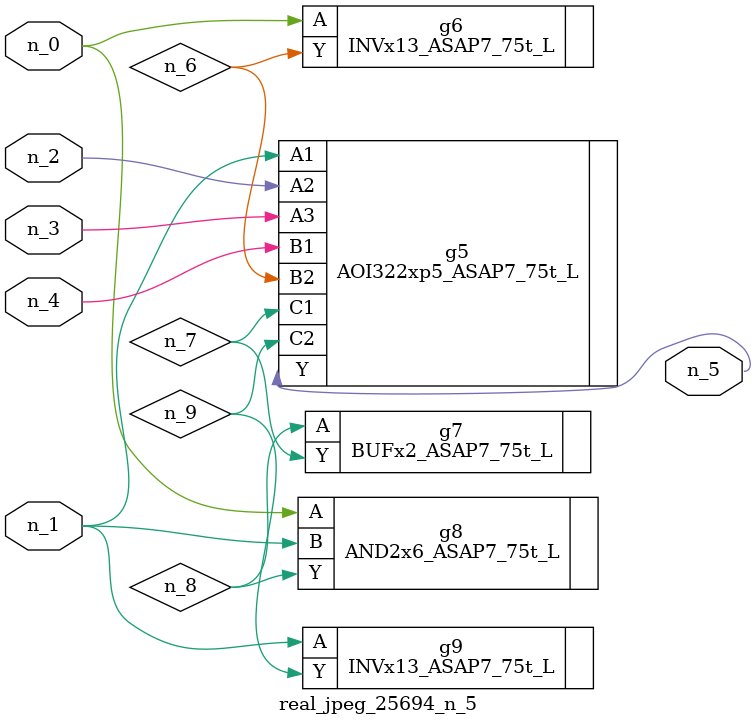
<source format=v>
module real_jpeg_25694_n_5 (n_4, n_0, n_1, n_2, n_3, n_5);

input n_4;
input n_0;
input n_1;
input n_2;
input n_3;

output n_5;

wire n_8;
wire n_6;
wire n_7;
wire n_9;

INVx13_ASAP7_75t_L g6 ( 
.A(n_0),
.Y(n_6)
);

AND2x6_ASAP7_75t_L g8 ( 
.A(n_0),
.B(n_1),
.Y(n_8)
);

AOI322xp5_ASAP7_75t_L g5 ( 
.A1(n_1),
.A2(n_2),
.A3(n_3),
.B1(n_4),
.B2(n_6),
.C1(n_7),
.C2(n_9),
.Y(n_5)
);

INVx13_ASAP7_75t_L g9 ( 
.A(n_1),
.Y(n_9)
);

BUFx2_ASAP7_75t_L g7 ( 
.A(n_8),
.Y(n_7)
);


endmodule
</source>
